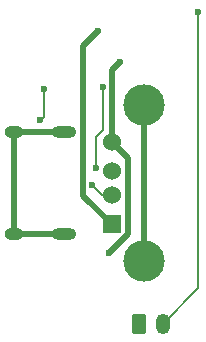
<source format=gbr>
%TF.GenerationSoftware,KiCad,Pcbnew,8.0.7*%
%TF.CreationDate,2025-01-19T22:37:32+01:00*%
%TF.ProjectId,USBPowerCut2,55534250-6f77-4657-9243-7574322e6b69,rev?*%
%TF.SameCoordinates,Original*%
%TF.FileFunction,Copper,L2,Bot*%
%TF.FilePolarity,Positive*%
%FSLAX46Y46*%
G04 Gerber Fmt 4.6, Leading zero omitted, Abs format (unit mm)*
G04 Created by KiCad (PCBNEW 8.0.7) date 2025-01-19 22:37:32*
%MOMM*%
%LPD*%
G01*
G04 APERTURE LIST*
G04 Aperture macros list*
%AMRoundRect*
0 Rectangle with rounded corners*
0 $1 Rounding radius*
0 $2 $3 $4 $5 $6 $7 $8 $9 X,Y pos of 4 corners*
0 Add a 4 corners polygon primitive as box body*
4,1,4,$2,$3,$4,$5,$6,$7,$8,$9,$2,$3,0*
0 Add four circle primitives for the rounded corners*
1,1,$1+$1,$2,$3*
1,1,$1+$1,$4,$5*
1,1,$1+$1,$6,$7*
1,1,$1+$1,$8,$9*
0 Add four rect primitives between the rounded corners*
20,1,$1+$1,$2,$3,$4,$5,0*
20,1,$1+$1,$4,$5,$6,$7,0*
20,1,$1+$1,$6,$7,$8,$9,0*
20,1,$1+$1,$8,$9,$2,$3,0*%
G04 Aperture macros list end*
%TA.AperFunction,ComponentPad*%
%ADD10R,1.524000X1.524000*%
%TD*%
%TA.AperFunction,ComponentPad*%
%ADD11C,1.524000*%
%TD*%
%TA.AperFunction,ComponentPad*%
%ADD12C,3.500000*%
%TD*%
%TA.AperFunction,ComponentPad*%
%ADD13RoundRect,0.250000X-0.350000X-0.625000X0.350000X-0.625000X0.350000X0.625000X-0.350000X0.625000X0*%
%TD*%
%TA.AperFunction,ComponentPad*%
%ADD14O,1.200000X1.750000*%
%TD*%
%TA.AperFunction,ComponentPad*%
%ADD15O,1.600000X1.000000*%
%TD*%
%TA.AperFunction,ComponentPad*%
%ADD16O,2.100000X1.000000*%
%TD*%
%TA.AperFunction,ViaPad*%
%ADD17C,0.600000*%
%TD*%
%TA.AperFunction,Conductor*%
%ADD18C,0.200000*%
%TD*%
%TA.AperFunction,Conductor*%
%ADD19C,0.508000*%
%TD*%
G04 APERTURE END LIST*
D10*
%TO.P,J3,1,VBUS*%
%TO.N,PWR*%
X11500000Y-19000000D03*
D11*
%TO.P,J3,2,D-*%
%TO.N,/D-*%
X11500000Y-16500000D03*
%TO.P,J3,3,D+*%
%TO.N,/D+*%
X11500000Y-14500000D03*
%TO.P,J3,4,GND*%
%TO.N,GND*%
X11500000Y-12000000D03*
D12*
%TO.P,J3,5,Shield*%
%TO.N,Net-(J3-Shield)*%
X14210000Y-22070000D03*
X14210000Y-8930000D03*
%TD*%
D13*
%TO.P,J2,1,Pin_1*%
%TO.N,GND*%
X13800000Y-27400000D03*
D14*
%TO.P,J2,2,Pin_2*%
%TO.N,Net-(IC1-EN)*%
X15800000Y-27400000D03*
%TD*%
D15*
%TO.P,J1,S1,SHIELD*%
%TO.N,Net-(J1-SHIELD)*%
X3250000Y-19820000D03*
D16*
X7430000Y-19820000D03*
D15*
X3250000Y-11180000D03*
D16*
X7430000Y-11180000D03*
%TD*%
D17*
%TO.N,Net-(J1-CC2)*%
X5450000Y-10175000D03*
X5725000Y-7575000D03*
%TO.N,GND*%
X11250000Y-21425000D03*
X12175000Y-5225000D03*
%TO.N,Net-(IC1-EN)*%
X18800000Y-1000000D03*
%TO.N,PWR*%
X10300000Y-2675000D03*
%TO.N,/D-*%
X9825000Y-15675000D03*
%TO.N,Net-(J1-CC1)*%
X10746000Y-7375000D03*
X10200000Y-14200000D03*
%TD*%
D18*
%TO.N,Net-(J1-CC2)*%
X5725000Y-9900000D02*
X5450000Y-10175000D01*
X5725000Y-7575000D02*
X5725000Y-9900000D01*
D19*
%TO.N,GND*%
X12850000Y-19825000D02*
X11250000Y-21425000D01*
X12850000Y-13350000D02*
X12850000Y-19825000D01*
X11500000Y-12000000D02*
X12850000Y-13350000D01*
%TO.N,Net-(J1-SHIELD)*%
X3250000Y-11180000D02*
X7430000Y-11180000D01*
X7430000Y-19820000D02*
X3250000Y-19820000D01*
X3250000Y-11180000D02*
X3250000Y-19820000D01*
%TO.N,GND*%
X11500000Y-5900000D02*
X12175000Y-5225000D01*
X11500000Y-12000000D02*
X11500000Y-5900000D01*
%TO.N,Net-(J3-Shield)*%
X14210000Y-8930000D02*
X14210000Y-22070000D01*
D18*
%TO.N,Net-(IC1-EN)*%
X18800000Y-24400000D02*
X18800000Y-1000000D01*
X15800000Y-27400000D02*
X18800000Y-24400000D01*
%TO.N,/D-*%
X9825000Y-15675000D02*
X10650000Y-16500000D01*
X10650000Y-16500000D02*
X11500000Y-16500000D01*
%TO.N,Net-(J1-CC1)*%
X10746000Y-7375000D02*
X10746000Y-11054000D01*
X10746000Y-11054000D02*
X10200000Y-11600000D01*
X10200000Y-11600000D02*
X10200000Y-14200000D01*
D19*
%TO.N,PWR*%
X9071000Y-3904000D02*
X10300000Y-2675000D01*
X9071000Y-16571000D02*
X9071000Y-3904000D01*
X11500000Y-19000000D02*
X9071000Y-16571000D01*
%TD*%
M02*

</source>
